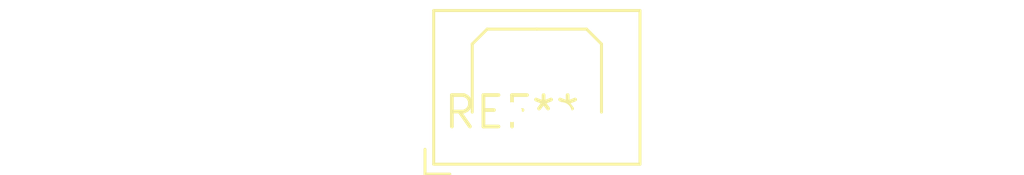
<source format=kicad_pcb>
(kicad_pcb (version 20240108) (generator pcbnew)
  (layers (0 "F.Cu" signal) (31 "B.Cu" signal) (34 "B.Paste" user) (35 "F.Paste" user) (36 "B.SilkS" user "B.Silkscreen") (37 "F.SilkS" user "F.Silkscreen") (38 "B.Mask" user) (39 "F.Mask" user) (44 "Edge.Cuts" user))
  (net 0 "")
  (footprint "Harwin_LTek-Male_2x02_P2.00mm_Vertical" (layer "F.Cu") (at 0 0)
    (property "Reference" "REF**")
    (property "Value" "Harwin_LTek-Male_2x02_P2.00mm_Vertical")
    (fp_line (start -3.5 1.5) (end -3.5 2.5) (layer "F.SilkS") (stroke (width 0.12)))
    (fp_line (start -3.5 2.5) (end -2.5 2.5) (layer "F.SilkS") (stroke (width 0.12)))
    (fp_line (start -3.15 -4.1) (end -3.15 2.1) (layer "F.SilkS") (stroke (width 0.12)))
    (fp_line (start -3.15 2.1) (end 5.15 2.1) (layer "F.SilkS") (stroke (width 0.12)))
    (fp_line (start -1.6 -2.75) (end -1 -3.35) (layer "F.SilkS") (stroke (width 0.12)))
    (fp_line (start -1.6 0) (end -1.6 -2.75) (layer "F.SilkS") (stroke (width 0.12)))
    (fp_line (start -1 -3.35) (end 1 -3.35) (layer "F.SilkS") (stroke (width 0.12)))
    (fp_line (start 3 -3.35) (end 1 -3.35) (layer "F.SilkS") (stroke (width 0.12)))
    (fp_line (start 3.6 -2.75) (end 3 -3.35) (layer "F.SilkS") (stroke (width 0.12)))
    (fp_line (start 3.6 0) (end 3.6 -2.75) (layer "F.SilkS") (stroke (width 0.12)))
    (fp_line (start 5.15 -4.1) (end -3.15 -4.1) (layer "F.SilkS") (stroke (width 0.12)))
    (fp_line (start 5.15 2.1) (end 5.15 -4.1) (layer "F.SilkS") (stroke (width 0.12)))
    (pad "1" thru_hole rect (at 0 0) (size 1.35 1.35) (drill 0.8) (layers *.Cu *.Mask) (remove_unused_layers))
    (pad "2" thru_hole circle (at 0 -2) (size 1.35 1.35) (drill 0.8) (layers *.Cu *.Mask) (remove_unused_layers))
    (pad "3" thru_hole circle (at 2 0) (size 1.35 1.35) (drill 0.8) (layers *.Cu *.Mask) (remove_unused_layers))
    (pad "4" thru_hole circle (at 2 -2) (size 1.35 1.35) (drill 0.8) (layers *.Cu *.Mask) (remove_unused_layers))
  )
)
</source>
